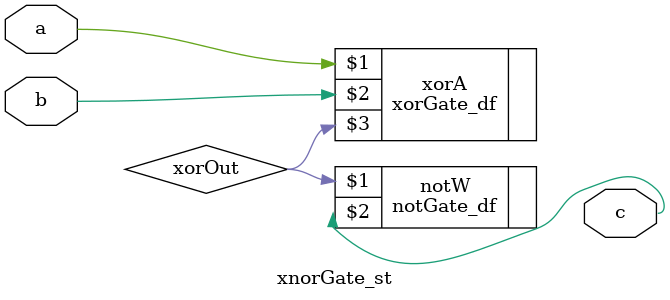
<source format=v>
`include "notGate_df.v"
`include "xorGate_df.v"

module xnorGate_st(input a,b, output c);
    wire notOut;
    wire xorOut;

    //instantiate xor gate
    xorGate_df xorA(a,b,xorOut);

    //instantiate not gate
    notGate_df notW(xorOut, c);
endmodule
</source>
